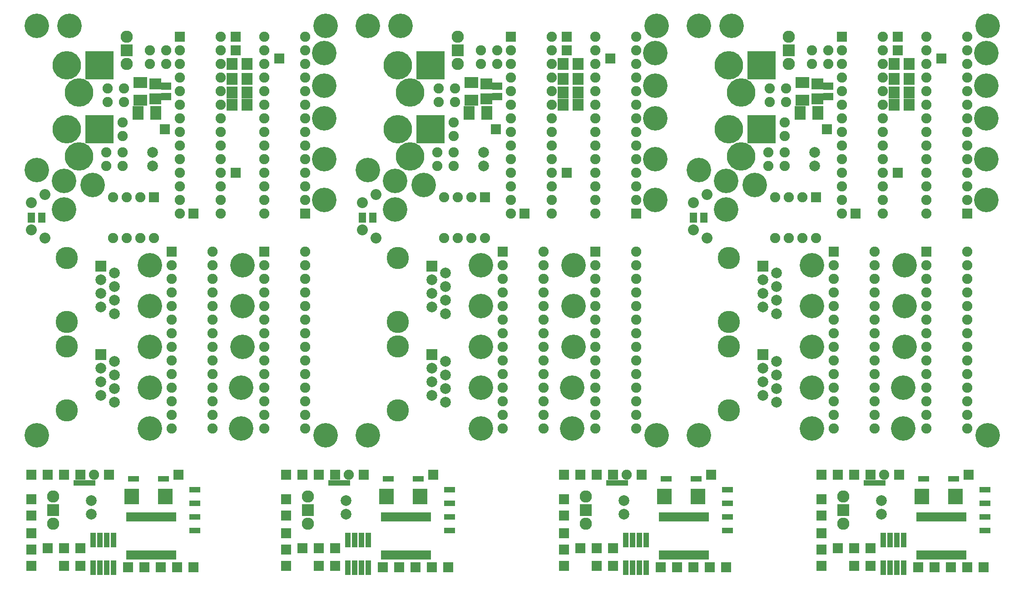
<source format=gts>
G04 (created by PCBNEW-RS274X (2011-07-08)-stable) date Thu 21 Jul 2011 05:41:28 PM EDT*
G01*
G70*
G90*
%MOIN*%
G04 Gerber Fmt 3.4, Leading zero omitted, Abs format*
%FSLAX34Y34*%
G04 APERTURE LIST*
%ADD10C,0.006000*%
%ADD11C,0.180000*%
%ADD12C,0.075000*%
%ADD13R,0.075000X0.075000*%
%ADD14C,0.079100*%
%ADD15C,0.209000*%
%ADD16R,0.209000X0.209000*%
%ADD17R,0.082900X0.090900*%
%ADD18R,0.090900X0.082900*%
%ADD19C,0.090000*%
%ADD20R,0.090000X0.090000*%
%ADD21C,0.163700*%
%ADD22R,0.079100X0.079100*%
%ADD23R,0.055000X0.075000*%
%ADD24R,0.075000X0.055000*%
%ADD25R,0.080000X0.100000*%
%ADD26R,0.100000X0.080000*%
%ADD27C,0.080000*%
%ADD28R,0.106600X0.114500*%
%ADD29R,0.039700X0.039700*%
%ADD30R,0.043600X0.106600*%
%ADD31R,0.036000X0.070000*%
G04 APERTURE END LIST*
G54D10*
G54D11*
X26700Y-28100D03*
X24600Y-29900D03*
X24600Y-27800D03*
X22600Y-27000D03*
X30900Y-46000D03*
X30900Y-43000D03*
X30900Y-40000D03*
X30900Y-37000D03*
X30900Y-34000D03*
X37600Y-46000D03*
X37600Y-43000D03*
X37700Y-40000D03*
X37700Y-37000D03*
X37700Y-34000D03*
X43700Y-18400D03*
X43700Y-20800D03*
X43700Y-23200D03*
X43700Y-26200D03*
X43700Y-29200D03*
X25000Y-16400D03*
G54D12*
X27700Y-26700D03*
X27700Y-25700D03*
X32100Y-19200D03*
X32100Y-18200D03*
X30900Y-19200D03*
X30900Y-18200D03*
X28900Y-23500D03*
X28900Y-24500D03*
X28900Y-26700D03*
X28900Y-25700D03*
X29000Y-22000D03*
X29000Y-21000D03*
X27800Y-22000D03*
X27800Y-21000D03*
X33100Y-18200D03*
X33100Y-19200D03*
X33100Y-20200D03*
X33100Y-21200D03*
X33100Y-22200D03*
X33100Y-23200D03*
X33100Y-24200D03*
X33100Y-25200D03*
X33100Y-26200D03*
X33100Y-27200D03*
X33100Y-28200D03*
X33100Y-29200D03*
X33100Y-30200D03*
G54D13*
X33100Y-17200D03*
G54D12*
X36100Y-30200D03*
X36100Y-29200D03*
X36100Y-28200D03*
X36100Y-27200D03*
X36100Y-26200D03*
X36100Y-25200D03*
X36100Y-24200D03*
X36100Y-23200D03*
X36100Y-22200D03*
X36100Y-21200D03*
X36100Y-20200D03*
X36100Y-19200D03*
X36100Y-18200D03*
X36100Y-17200D03*
G54D14*
X31100Y-25700D03*
X31100Y-26700D03*
G54D15*
X24800Y-19300D03*
G54D16*
X27200Y-19300D03*
G54D15*
X25700Y-21300D03*
X24800Y-24000D03*
G54D16*
X27200Y-24000D03*
G54D15*
X25700Y-26000D03*
G54D17*
X36941Y-19200D03*
X38059Y-19200D03*
X36941Y-20300D03*
X38059Y-20300D03*
X36941Y-21300D03*
X38059Y-21300D03*
X36941Y-22200D03*
X38059Y-22200D03*
G54D18*
X31300Y-20641D03*
X31300Y-21759D03*
G54D19*
X29200Y-17200D03*
G54D20*
X29200Y-18200D03*
G54D19*
X29200Y-19200D03*
G54D21*
X24800Y-44638D03*
X24800Y-39965D03*
G54D22*
X27300Y-40550D03*
G54D14*
X28300Y-41050D03*
X27300Y-41550D03*
X28300Y-42050D03*
X27300Y-42550D03*
X28300Y-43050D03*
X27300Y-43550D03*
X28300Y-44050D03*
G54D21*
X24800Y-38138D03*
X24800Y-33465D03*
G54D22*
X27300Y-34050D03*
G54D14*
X28300Y-34550D03*
X27300Y-35050D03*
X28300Y-35550D03*
X27300Y-36050D03*
X28300Y-36550D03*
X27300Y-37050D03*
X28300Y-37550D03*
G54D13*
X37200Y-17200D03*
X37200Y-18200D03*
X37200Y-27200D03*
X34100Y-30200D03*
X32000Y-24000D03*
X40400Y-18800D03*
G54D23*
X22225Y-30500D03*
X22975Y-30500D03*
G54D24*
X32100Y-21575D03*
X32100Y-20825D03*
G54D25*
X31350Y-22800D03*
X30050Y-22800D03*
G54D26*
X30200Y-21850D03*
X30200Y-20550D03*
G54D13*
X31200Y-29000D03*
G54D12*
X30200Y-29000D03*
X29200Y-29000D03*
X28200Y-29000D03*
X28200Y-32000D03*
X29200Y-32000D03*
X30200Y-32000D03*
X31200Y-32000D03*
X32500Y-34000D03*
X32500Y-35000D03*
X32500Y-36000D03*
X32500Y-37000D03*
X32500Y-38000D03*
X32500Y-39000D03*
X32500Y-40000D03*
X32500Y-41000D03*
X32500Y-42000D03*
X32500Y-43000D03*
X32500Y-44000D03*
X32500Y-45000D03*
X32500Y-46000D03*
G54D13*
X32500Y-33000D03*
G54D12*
X35500Y-46000D03*
X35500Y-45000D03*
X35500Y-44000D03*
X35500Y-43000D03*
X35500Y-42000D03*
X35500Y-41000D03*
X35500Y-40000D03*
X35500Y-39000D03*
X35500Y-38000D03*
X35500Y-37000D03*
X35500Y-36000D03*
X35500Y-35000D03*
X35500Y-34000D03*
X35500Y-33000D03*
X39300Y-34000D03*
X39300Y-35000D03*
X39300Y-36000D03*
X39300Y-37000D03*
X39300Y-38000D03*
X39300Y-39000D03*
X39300Y-40000D03*
X39300Y-41000D03*
X39300Y-42000D03*
X39300Y-43000D03*
X39300Y-44000D03*
X39300Y-45000D03*
X39300Y-46000D03*
G54D13*
X39300Y-33000D03*
G54D12*
X42300Y-46000D03*
X42300Y-45000D03*
X42300Y-44000D03*
X42300Y-43000D03*
X42300Y-42000D03*
X42300Y-41000D03*
X42300Y-40000D03*
X42300Y-39000D03*
X42300Y-38000D03*
X42300Y-37000D03*
X42300Y-36000D03*
X42300Y-35000D03*
X42300Y-34000D03*
X42300Y-33000D03*
X42300Y-29200D03*
X42300Y-28200D03*
X42300Y-27200D03*
X42300Y-26200D03*
X42300Y-25200D03*
X42300Y-24200D03*
X42300Y-23200D03*
X42300Y-22200D03*
X42300Y-21200D03*
X42300Y-20200D03*
X42300Y-19200D03*
X42300Y-18200D03*
X42300Y-17200D03*
G54D13*
X42300Y-30200D03*
G54D12*
X39300Y-17200D03*
X39300Y-18200D03*
X39300Y-19200D03*
X39300Y-20200D03*
X39300Y-21200D03*
X39300Y-22200D03*
X39300Y-23200D03*
X39300Y-24200D03*
X39300Y-25200D03*
X39300Y-26200D03*
X39300Y-27200D03*
X39300Y-28200D03*
X39300Y-29200D03*
X39300Y-30200D03*
G54D11*
X43800Y-46500D03*
X22600Y-46500D03*
X43800Y-16400D03*
X22600Y-16400D03*
G54D27*
X22200Y-31400D03*
X22200Y-29400D03*
X23200Y-32000D03*
X23200Y-28800D03*
G54D11*
X75300Y-28100D03*
X73200Y-29900D03*
X73200Y-27800D03*
X71200Y-27000D03*
X79500Y-46000D03*
X79500Y-43000D03*
X79500Y-40000D03*
X79500Y-37000D03*
X79500Y-34000D03*
X86200Y-46000D03*
X86200Y-43000D03*
X86300Y-40000D03*
X86300Y-37000D03*
X86300Y-34000D03*
X92300Y-18400D03*
X92300Y-20800D03*
X92300Y-23200D03*
X92300Y-26200D03*
X92300Y-29200D03*
X73600Y-16400D03*
G54D12*
X76300Y-26700D03*
X76300Y-25700D03*
X80700Y-19200D03*
X80700Y-18200D03*
X79500Y-19200D03*
X79500Y-18200D03*
X77500Y-23500D03*
X77500Y-24500D03*
X77500Y-26700D03*
X77500Y-25700D03*
X77600Y-22000D03*
X77600Y-21000D03*
X76400Y-22000D03*
X76400Y-21000D03*
X81700Y-18200D03*
X81700Y-19200D03*
X81700Y-20200D03*
X81700Y-21200D03*
X81700Y-22200D03*
X81700Y-23200D03*
X81700Y-24200D03*
X81700Y-25200D03*
X81700Y-26200D03*
X81700Y-27200D03*
X81700Y-28200D03*
X81700Y-29200D03*
X81700Y-30200D03*
G54D13*
X81700Y-17200D03*
G54D12*
X84700Y-30200D03*
X84700Y-29200D03*
X84700Y-28200D03*
X84700Y-27200D03*
X84700Y-26200D03*
X84700Y-25200D03*
X84700Y-24200D03*
X84700Y-23200D03*
X84700Y-22200D03*
X84700Y-21200D03*
X84700Y-20200D03*
X84700Y-19200D03*
X84700Y-18200D03*
X84700Y-17200D03*
G54D14*
X79700Y-25700D03*
X79700Y-26700D03*
G54D15*
X73400Y-19300D03*
G54D16*
X75800Y-19300D03*
G54D15*
X74300Y-21300D03*
X73400Y-24000D03*
G54D16*
X75800Y-24000D03*
G54D15*
X74300Y-26000D03*
G54D17*
X85541Y-19200D03*
X86659Y-19200D03*
X85541Y-20300D03*
X86659Y-20300D03*
X85541Y-21300D03*
X86659Y-21300D03*
X85541Y-22200D03*
X86659Y-22200D03*
G54D18*
X79900Y-20641D03*
X79900Y-21759D03*
G54D19*
X77800Y-17200D03*
G54D20*
X77800Y-18200D03*
G54D19*
X77800Y-19200D03*
G54D21*
X73400Y-44638D03*
X73400Y-39965D03*
G54D22*
X75900Y-40550D03*
G54D14*
X76900Y-41050D03*
X75900Y-41550D03*
X76900Y-42050D03*
X75900Y-42550D03*
X76900Y-43050D03*
X75900Y-43550D03*
X76900Y-44050D03*
G54D21*
X73400Y-38138D03*
X73400Y-33465D03*
G54D22*
X75900Y-34050D03*
G54D14*
X76900Y-34550D03*
X75900Y-35050D03*
X76900Y-35550D03*
X75900Y-36050D03*
X76900Y-36550D03*
X75900Y-37050D03*
X76900Y-37550D03*
G54D13*
X85800Y-17200D03*
X85800Y-18200D03*
X85800Y-27200D03*
X82700Y-30200D03*
X80600Y-24000D03*
X89000Y-18800D03*
G54D23*
X70825Y-30500D03*
X71575Y-30500D03*
G54D24*
X80700Y-21575D03*
X80700Y-20825D03*
G54D25*
X79950Y-22800D03*
X78650Y-22800D03*
G54D26*
X78800Y-21850D03*
X78800Y-20550D03*
G54D13*
X79800Y-29000D03*
G54D12*
X78800Y-29000D03*
X77800Y-29000D03*
X76800Y-29000D03*
X76800Y-32000D03*
X77800Y-32000D03*
X78800Y-32000D03*
X79800Y-32000D03*
X81100Y-34000D03*
X81100Y-35000D03*
X81100Y-36000D03*
X81100Y-37000D03*
X81100Y-38000D03*
X81100Y-39000D03*
X81100Y-40000D03*
X81100Y-41000D03*
X81100Y-42000D03*
X81100Y-43000D03*
X81100Y-44000D03*
X81100Y-45000D03*
X81100Y-46000D03*
G54D13*
X81100Y-33000D03*
G54D12*
X84100Y-46000D03*
X84100Y-45000D03*
X84100Y-44000D03*
X84100Y-43000D03*
X84100Y-42000D03*
X84100Y-41000D03*
X84100Y-40000D03*
X84100Y-39000D03*
X84100Y-38000D03*
X84100Y-37000D03*
X84100Y-36000D03*
X84100Y-35000D03*
X84100Y-34000D03*
X84100Y-33000D03*
X87900Y-34000D03*
X87900Y-35000D03*
X87900Y-36000D03*
X87900Y-37000D03*
X87900Y-38000D03*
X87900Y-39000D03*
X87900Y-40000D03*
X87900Y-41000D03*
X87900Y-42000D03*
X87900Y-43000D03*
X87900Y-44000D03*
X87900Y-45000D03*
X87900Y-46000D03*
G54D13*
X87900Y-33000D03*
G54D12*
X90900Y-46000D03*
X90900Y-45000D03*
X90900Y-44000D03*
X90900Y-43000D03*
X90900Y-42000D03*
X90900Y-41000D03*
X90900Y-40000D03*
X90900Y-39000D03*
X90900Y-38000D03*
X90900Y-37000D03*
X90900Y-36000D03*
X90900Y-35000D03*
X90900Y-34000D03*
X90900Y-33000D03*
X90900Y-29200D03*
X90900Y-28200D03*
X90900Y-27200D03*
X90900Y-26200D03*
X90900Y-25200D03*
X90900Y-24200D03*
X90900Y-23200D03*
X90900Y-22200D03*
X90900Y-21200D03*
X90900Y-20200D03*
X90900Y-19200D03*
X90900Y-18200D03*
X90900Y-17200D03*
G54D13*
X90900Y-30200D03*
G54D12*
X87900Y-17200D03*
X87900Y-18200D03*
X87900Y-19200D03*
X87900Y-20200D03*
X87900Y-21200D03*
X87900Y-22200D03*
X87900Y-23200D03*
X87900Y-24200D03*
X87900Y-25200D03*
X87900Y-26200D03*
X87900Y-27200D03*
X87900Y-28200D03*
X87900Y-29200D03*
X87900Y-30200D03*
G54D11*
X92400Y-46500D03*
X71200Y-46500D03*
X92400Y-16400D03*
X71200Y-16400D03*
G54D27*
X70800Y-31400D03*
X70800Y-29400D03*
X71800Y-32000D03*
X71800Y-28800D03*
G54D11*
X51000Y-28100D03*
X48900Y-29900D03*
X48900Y-27800D03*
X46900Y-27000D03*
X55200Y-46000D03*
X55200Y-43000D03*
X55200Y-40000D03*
X55200Y-37000D03*
X55200Y-34000D03*
X61900Y-46000D03*
X61900Y-43000D03*
X62000Y-40000D03*
X62000Y-37000D03*
X62000Y-34000D03*
X68000Y-18400D03*
X68000Y-20800D03*
X68000Y-23200D03*
X68000Y-26200D03*
X68000Y-29200D03*
X49300Y-16400D03*
G54D12*
X52000Y-26700D03*
X52000Y-25700D03*
X56400Y-19200D03*
X56400Y-18200D03*
X55200Y-19200D03*
X55200Y-18200D03*
X53200Y-23500D03*
X53200Y-24500D03*
X53200Y-26700D03*
X53200Y-25700D03*
X53300Y-22000D03*
X53300Y-21000D03*
X52100Y-22000D03*
X52100Y-21000D03*
X57400Y-18200D03*
X57400Y-19200D03*
X57400Y-20200D03*
X57400Y-21200D03*
X57400Y-22200D03*
X57400Y-23200D03*
X57400Y-24200D03*
X57400Y-25200D03*
X57400Y-26200D03*
X57400Y-27200D03*
X57400Y-28200D03*
X57400Y-29200D03*
X57400Y-30200D03*
G54D13*
X57400Y-17200D03*
G54D12*
X60400Y-30200D03*
X60400Y-29200D03*
X60400Y-28200D03*
X60400Y-27200D03*
X60400Y-26200D03*
X60400Y-25200D03*
X60400Y-24200D03*
X60400Y-23200D03*
X60400Y-22200D03*
X60400Y-21200D03*
X60400Y-20200D03*
X60400Y-19200D03*
X60400Y-18200D03*
X60400Y-17200D03*
G54D14*
X55400Y-25700D03*
X55400Y-26700D03*
G54D15*
X49100Y-19300D03*
G54D16*
X51500Y-19300D03*
G54D15*
X50000Y-21300D03*
X49100Y-24000D03*
G54D16*
X51500Y-24000D03*
G54D15*
X50000Y-26000D03*
G54D17*
X61241Y-19200D03*
X62359Y-19200D03*
X61241Y-20300D03*
X62359Y-20300D03*
X61241Y-21300D03*
X62359Y-21300D03*
X61241Y-22200D03*
X62359Y-22200D03*
G54D18*
X55600Y-20641D03*
X55600Y-21759D03*
G54D19*
X53500Y-17200D03*
G54D20*
X53500Y-18200D03*
G54D19*
X53500Y-19200D03*
G54D21*
X49100Y-44638D03*
X49100Y-39965D03*
G54D22*
X51600Y-40550D03*
G54D14*
X52600Y-41050D03*
X51600Y-41550D03*
X52600Y-42050D03*
X51600Y-42550D03*
X52600Y-43050D03*
X51600Y-43550D03*
X52600Y-44050D03*
G54D21*
X49100Y-38138D03*
X49100Y-33465D03*
G54D22*
X51600Y-34050D03*
G54D14*
X52600Y-34550D03*
X51600Y-35050D03*
X52600Y-35550D03*
X51600Y-36050D03*
X52600Y-36550D03*
X51600Y-37050D03*
X52600Y-37550D03*
G54D13*
X61500Y-17200D03*
X61500Y-18200D03*
X61500Y-27200D03*
X58400Y-30200D03*
X56300Y-24000D03*
X64700Y-18800D03*
G54D23*
X46525Y-30500D03*
X47275Y-30500D03*
G54D24*
X56400Y-21575D03*
X56400Y-20825D03*
G54D25*
X55650Y-22800D03*
X54350Y-22800D03*
G54D26*
X54500Y-21850D03*
X54500Y-20550D03*
G54D13*
X55500Y-29000D03*
G54D12*
X54500Y-29000D03*
X53500Y-29000D03*
X52500Y-29000D03*
X52500Y-32000D03*
X53500Y-32000D03*
X54500Y-32000D03*
X55500Y-32000D03*
X56800Y-34000D03*
X56800Y-35000D03*
X56800Y-36000D03*
X56800Y-37000D03*
X56800Y-38000D03*
X56800Y-39000D03*
X56800Y-40000D03*
X56800Y-41000D03*
X56800Y-42000D03*
X56800Y-43000D03*
X56800Y-44000D03*
X56800Y-45000D03*
X56800Y-46000D03*
G54D13*
X56800Y-33000D03*
G54D12*
X59800Y-46000D03*
X59800Y-45000D03*
X59800Y-44000D03*
X59800Y-43000D03*
X59800Y-42000D03*
X59800Y-41000D03*
X59800Y-40000D03*
X59800Y-39000D03*
X59800Y-38000D03*
X59800Y-37000D03*
X59800Y-36000D03*
X59800Y-35000D03*
X59800Y-34000D03*
X59800Y-33000D03*
X63600Y-34000D03*
X63600Y-35000D03*
X63600Y-36000D03*
X63600Y-37000D03*
X63600Y-38000D03*
X63600Y-39000D03*
X63600Y-40000D03*
X63600Y-41000D03*
X63600Y-42000D03*
X63600Y-43000D03*
X63600Y-44000D03*
X63600Y-45000D03*
X63600Y-46000D03*
G54D13*
X63600Y-33000D03*
G54D12*
X66600Y-46000D03*
X66600Y-45000D03*
X66600Y-44000D03*
X66600Y-43000D03*
X66600Y-42000D03*
X66600Y-41000D03*
X66600Y-40000D03*
X66600Y-39000D03*
X66600Y-38000D03*
X66600Y-37000D03*
X66600Y-36000D03*
X66600Y-35000D03*
X66600Y-34000D03*
X66600Y-33000D03*
X66600Y-29200D03*
X66600Y-28200D03*
X66600Y-27200D03*
X66600Y-26200D03*
X66600Y-25200D03*
X66600Y-24200D03*
X66600Y-23200D03*
X66600Y-22200D03*
X66600Y-21200D03*
X66600Y-20200D03*
X66600Y-19200D03*
X66600Y-18200D03*
X66600Y-17200D03*
G54D13*
X66600Y-30200D03*
G54D12*
X63600Y-17200D03*
X63600Y-18200D03*
X63600Y-19200D03*
X63600Y-20200D03*
X63600Y-21200D03*
X63600Y-22200D03*
X63600Y-23200D03*
X63600Y-24200D03*
X63600Y-25200D03*
X63600Y-26200D03*
X63600Y-27200D03*
X63600Y-28200D03*
X63600Y-29200D03*
X63600Y-30200D03*
G54D11*
X68100Y-46500D03*
X46900Y-46500D03*
X68100Y-16400D03*
X46900Y-16400D03*
G54D27*
X46500Y-31400D03*
X46500Y-29400D03*
X47500Y-32000D03*
X47500Y-28800D03*
G54D28*
X32040Y-51000D03*
X29560Y-51000D03*
G54D14*
X26600Y-51300D03*
X26600Y-52300D03*
G54D19*
X23800Y-51000D03*
G54D20*
X23800Y-52000D03*
G54D19*
X23800Y-53000D03*
G54D13*
X33000Y-49400D03*
X22200Y-49400D03*
X23400Y-49400D03*
X24600Y-49400D03*
X25800Y-54800D03*
X25800Y-56100D03*
X24600Y-54800D03*
X23400Y-54800D03*
X24600Y-56100D03*
X22200Y-51200D03*
X22200Y-53700D03*
X22200Y-52400D03*
X22200Y-56100D03*
X22200Y-54900D03*
X25800Y-49400D03*
G54D12*
X26800Y-49400D03*
G54D29*
X33999Y-53500D03*
X34401Y-53500D03*
X33999Y-52500D03*
X34401Y-52500D03*
X33999Y-51500D03*
X34401Y-51500D03*
X33999Y-50500D03*
X34401Y-50500D03*
X25901Y-50000D03*
X25499Y-50000D03*
X29901Y-49700D03*
X29499Y-49700D03*
X31699Y-49700D03*
X32101Y-49700D03*
X26701Y-50000D03*
X26299Y-50000D03*
G54D30*
X28250Y-54176D03*
X27750Y-54176D03*
X27250Y-54176D03*
X26750Y-54176D03*
X26750Y-56223D03*
X27250Y-56223D03*
X27750Y-56223D03*
X28250Y-56223D03*
G54D31*
X29350Y-55300D03*
X29600Y-55300D03*
X29860Y-55300D03*
X30120Y-55300D03*
X30370Y-55300D03*
X30630Y-55300D03*
X30890Y-55300D03*
X31140Y-55300D03*
X31400Y-55300D03*
X31650Y-55300D03*
X31910Y-55300D03*
X32170Y-55300D03*
X32420Y-55300D03*
X32680Y-55300D03*
X32680Y-52500D03*
X32420Y-52500D03*
X32180Y-52500D03*
X31910Y-52500D03*
X31650Y-52500D03*
X31400Y-52500D03*
X31140Y-52500D03*
X30890Y-52500D03*
X30630Y-52500D03*
X30370Y-52500D03*
X30120Y-52500D03*
X29860Y-52500D03*
X29600Y-52500D03*
X29350Y-52500D03*
G54D13*
X27900Y-49400D03*
X31700Y-56200D03*
X30500Y-56200D03*
X29300Y-56200D03*
X32900Y-56200D03*
X34100Y-56200D03*
G54D28*
X90040Y-51000D03*
X87560Y-51000D03*
G54D14*
X84600Y-51300D03*
X84600Y-52300D03*
G54D19*
X81800Y-51000D03*
G54D20*
X81800Y-52000D03*
G54D19*
X81800Y-53000D03*
G54D13*
X91000Y-49400D03*
X80200Y-49400D03*
X81400Y-49400D03*
X82600Y-49400D03*
X83800Y-54800D03*
X83800Y-56100D03*
X82600Y-54800D03*
X81400Y-54800D03*
X82600Y-56100D03*
X80200Y-51200D03*
X80200Y-53700D03*
X80200Y-52400D03*
X80200Y-56100D03*
X80200Y-54900D03*
X83800Y-49400D03*
G54D12*
X84800Y-49400D03*
G54D29*
X91999Y-53500D03*
X92401Y-53500D03*
X91999Y-52500D03*
X92401Y-52500D03*
X91999Y-51500D03*
X92401Y-51500D03*
X91999Y-50500D03*
X92401Y-50500D03*
X83901Y-50000D03*
X83499Y-50000D03*
X87901Y-49700D03*
X87499Y-49700D03*
X89699Y-49700D03*
X90101Y-49700D03*
X84701Y-50000D03*
X84299Y-50000D03*
G54D30*
X86250Y-54176D03*
X85750Y-54176D03*
X85250Y-54176D03*
X84750Y-54176D03*
X84750Y-56223D03*
X85250Y-56223D03*
X85750Y-56223D03*
X86250Y-56223D03*
G54D31*
X87350Y-55300D03*
X87600Y-55300D03*
X87860Y-55300D03*
X88120Y-55300D03*
X88370Y-55300D03*
X88630Y-55300D03*
X88890Y-55300D03*
X89140Y-55300D03*
X89400Y-55300D03*
X89650Y-55300D03*
X89910Y-55300D03*
X90170Y-55300D03*
X90420Y-55300D03*
X90680Y-55300D03*
X90680Y-52500D03*
X90420Y-52500D03*
X90180Y-52500D03*
X89910Y-52500D03*
X89650Y-52500D03*
X89400Y-52500D03*
X89140Y-52500D03*
X88890Y-52500D03*
X88630Y-52500D03*
X88370Y-52500D03*
X88120Y-52500D03*
X87860Y-52500D03*
X87600Y-52500D03*
X87350Y-52500D03*
G54D13*
X85900Y-49400D03*
X89700Y-56200D03*
X88500Y-56200D03*
X87300Y-56200D03*
X90900Y-56200D03*
X92100Y-56200D03*
G54D28*
X71140Y-51000D03*
X68660Y-51000D03*
G54D14*
X65700Y-51300D03*
X65700Y-52300D03*
G54D19*
X62900Y-51000D03*
G54D20*
X62900Y-52000D03*
G54D19*
X62900Y-53000D03*
G54D13*
X72100Y-49400D03*
X61300Y-49400D03*
X62500Y-49400D03*
X63700Y-49400D03*
X64900Y-54800D03*
X64900Y-56100D03*
X63700Y-54800D03*
X62500Y-54800D03*
X63700Y-56100D03*
X61300Y-51200D03*
X61300Y-53700D03*
X61300Y-52400D03*
X61300Y-56100D03*
X61300Y-54900D03*
X64900Y-49400D03*
G54D12*
X65900Y-49400D03*
G54D29*
X73099Y-53500D03*
X73501Y-53500D03*
X73099Y-52500D03*
X73501Y-52500D03*
X73099Y-51500D03*
X73501Y-51500D03*
X73099Y-50500D03*
X73501Y-50500D03*
X65001Y-50000D03*
X64599Y-50000D03*
X69001Y-49700D03*
X68599Y-49700D03*
X70799Y-49700D03*
X71201Y-49700D03*
X65801Y-50000D03*
X65399Y-50000D03*
G54D30*
X67350Y-54176D03*
X66850Y-54176D03*
X66350Y-54176D03*
X65850Y-54176D03*
X65850Y-56223D03*
X66350Y-56223D03*
X66850Y-56223D03*
X67350Y-56223D03*
G54D31*
X68450Y-55300D03*
X68700Y-55300D03*
X68960Y-55300D03*
X69220Y-55300D03*
X69470Y-55300D03*
X69730Y-55300D03*
X69990Y-55300D03*
X70240Y-55300D03*
X70500Y-55300D03*
X70750Y-55300D03*
X71010Y-55300D03*
X71270Y-55300D03*
X71520Y-55300D03*
X71780Y-55300D03*
X71780Y-52500D03*
X71520Y-52500D03*
X71280Y-52500D03*
X71010Y-52500D03*
X70750Y-52500D03*
X70500Y-52500D03*
X70240Y-52500D03*
X69990Y-52500D03*
X69730Y-52500D03*
X69470Y-52500D03*
X69220Y-52500D03*
X68960Y-52500D03*
X68700Y-52500D03*
X68450Y-52500D03*
G54D13*
X67000Y-49400D03*
X70800Y-56200D03*
X69600Y-56200D03*
X68400Y-56200D03*
X72000Y-56200D03*
X73200Y-56200D03*
G54D28*
X50740Y-51000D03*
X48260Y-51000D03*
G54D14*
X45300Y-51300D03*
X45300Y-52300D03*
G54D19*
X42500Y-51000D03*
G54D20*
X42500Y-52000D03*
G54D19*
X42500Y-53000D03*
G54D13*
X51700Y-49400D03*
X40900Y-49400D03*
X42100Y-49400D03*
X43300Y-49400D03*
X44500Y-54800D03*
X44500Y-56100D03*
X43300Y-54800D03*
X42100Y-54800D03*
X43300Y-56100D03*
X40900Y-51200D03*
X40900Y-53700D03*
X40900Y-52400D03*
X40900Y-56100D03*
X40900Y-54900D03*
X44500Y-49400D03*
G54D12*
X45500Y-49400D03*
G54D29*
X52699Y-53500D03*
X53101Y-53500D03*
X52699Y-52500D03*
X53101Y-52500D03*
X52699Y-51500D03*
X53101Y-51500D03*
X52699Y-50500D03*
X53101Y-50500D03*
X44601Y-50000D03*
X44199Y-50000D03*
X48601Y-49700D03*
X48199Y-49700D03*
X50399Y-49700D03*
X50801Y-49700D03*
X45401Y-50000D03*
X44999Y-50000D03*
G54D30*
X46950Y-54176D03*
X46450Y-54176D03*
X45950Y-54176D03*
X45450Y-54176D03*
X45450Y-56223D03*
X45950Y-56223D03*
X46450Y-56223D03*
X46950Y-56223D03*
G54D31*
X48050Y-55300D03*
X48300Y-55300D03*
X48560Y-55300D03*
X48820Y-55300D03*
X49070Y-55300D03*
X49330Y-55300D03*
X49590Y-55300D03*
X49840Y-55300D03*
X50100Y-55300D03*
X50350Y-55300D03*
X50610Y-55300D03*
X50870Y-55300D03*
X51120Y-55300D03*
X51380Y-55300D03*
X51380Y-52500D03*
X51120Y-52500D03*
X50880Y-52500D03*
X50610Y-52500D03*
X50350Y-52500D03*
X50100Y-52500D03*
X49840Y-52500D03*
X49590Y-52500D03*
X49330Y-52500D03*
X49070Y-52500D03*
X48820Y-52500D03*
X48560Y-52500D03*
X48300Y-52500D03*
X48050Y-52500D03*
G54D13*
X46600Y-49400D03*
X50400Y-56200D03*
X49200Y-56200D03*
X48000Y-56200D03*
X51600Y-56200D03*
X52800Y-56200D03*
M02*

</source>
